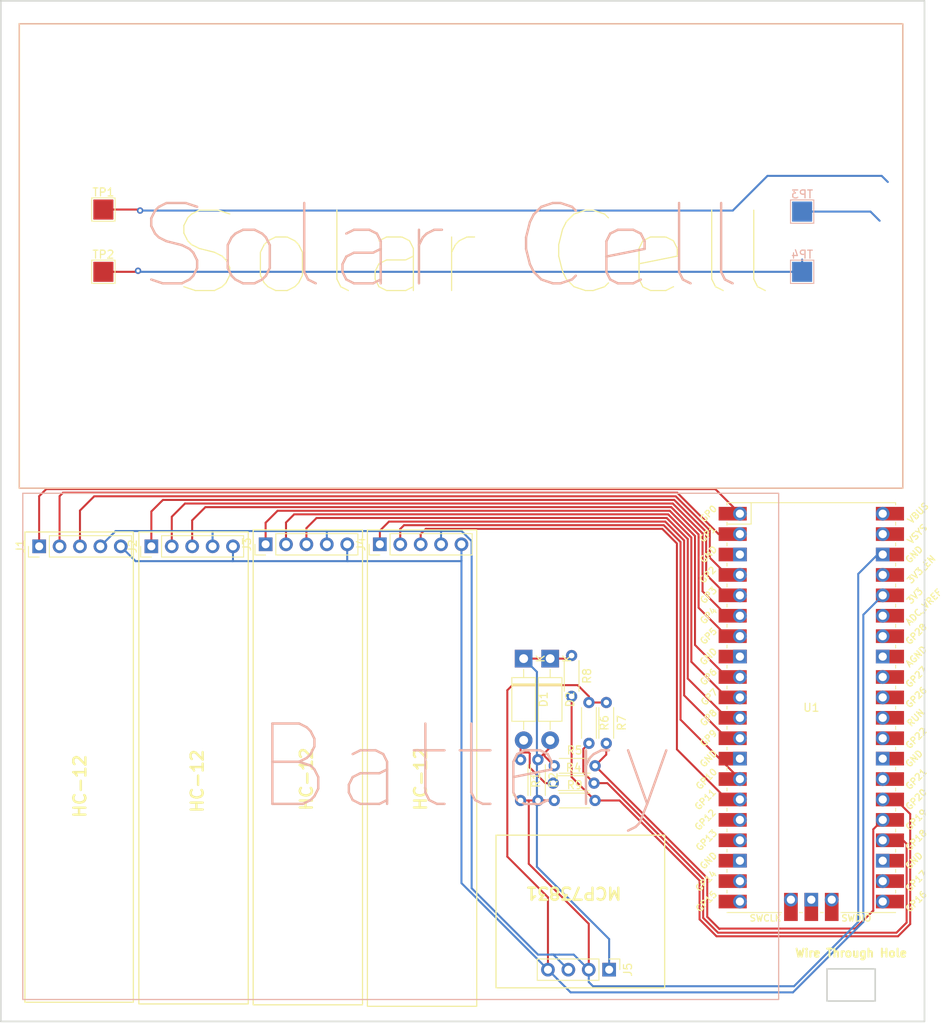
<source format=kicad_pcb>
(kicad_pcb (version 20211014) (generator pcbnew)
  (layers (0 "F.Cu" signal) (31 "B.Cu" signal) (34 "B.Paste" user) (35 "F.Paste" user) (36 "B.SilkS" user "B.Silkscreen") (37 "F.SilkS" user "F.Silkscreen") (38 "B.Mask" user) (39 "F.Mask" user) (44 "Edge.Cuts" user))
  (net 0 "")
  (net 1 "GND")
  (net 2 "VCC")
  (net 3 "TXD1")
  (net 4 "TXD2")
  (net 5 "RXD1")
  (net 6 "RXD2")
  (net 7 "RXD3")
  (net 8 "VREF1")
  (net 9 "PANEL1")
  (net 10 "PANEL2")
  (net 11 "Net-(R4-Pad2)")
  (net 12 "Net-(R5-Pad2)")
  (net 13 "Net-(R8-Pad2)")
  (net 14 "TXD3")
  (net 15 "TXD4")
  (net 16 "SET1")
  (net 17 "SET2")
  (net 18 "SET3")
  (net 19 "SET4")
  (net 45 "RXD4")
  (footprint "Resistor_THT:R_Axial_DIN0204_L3.6mm_D1.6mm_P5.08mm_Horizontal" (layer "F.Cu") (at 124.714 114.427 -90)
    (fp_text reference "R1" (at 2.54 -1.92 90) (layer "F.SilkS"))
    (fp_text value "100m")
    (pad "1" thru_hole circle (at 0 0 270) (size 1.4 1.4) (drill 0.7) (layers *.Cu *.Mask) (net 9 "PANEL1"))
    (pad "2" thru_hole oval (at 5.08 0 270) (size 1.4 1.4) (drill 0.7) (layers *.Cu *.Mask) (net 1 "GND"))
  )
  (footprint "Resistor_THT:R_Axial_DIN0204_L3.6mm_D1.6mm_P5.08mm_Horizontal" (layer "F.Cu") (at 133.223 107.315 -90)
    (fp_text reference "R6" (at 2.54 -1.92 90) (layer "F.SilkS"))
    (fp_text value "10K")
    (pad "1" thru_hole circle (at 0 0 270) (size 1.4 1.4) (drill 0.7) (layers *.Cu *.Mask) (net 2 "VCC"))
    (pad "2" thru_hole oval (at 5.08 0 270) (size 1.4 1.4) (drill 0.7) (layers *.Cu *.Mask) (net 11 "Net-(R4-Pad2)"))
  )
  (footprint "Connector_PinHeader_2.54mm:PinHeader_1x05_P2.54mm_Vertical" (layer "F.Cu") (at 78.745 87.884 90)
    (fp_text reference "J2" (at 0 -2.33 90) (layer "F.SilkS"))
    (fp_text value "Conn_01x05_Male")
    (pad "1" thru_hole rect (at 0 0 90) (size 1.7 1.7) (drill 1) (layers *.Cu *.Mask) (net 17 "SET2"))
    (pad "2" thru_hole oval (at 0 2.54 90) (size 1.7 1.7) (drill 1) (layers *.Cu *.Mask) (net 4 "TXD2"))
    (pad "3" thru_hole oval (at 0 5.08 90) (size 1.7 1.7) (drill 1) (layers *.Cu *.Mask) (net 6 "RXD2"))
    (pad "4" thru_hole oval (at 0 7.62 90) (size 1.7 1.7) (drill 1) (layers *.Cu *.Mask) (net 1 "GND"))
    (pad "5" thru_hole oval (at 0 10.16 90) (size 1.7 1.7) (drill 1) (layers *.Cu *.Mask) (net 2 "VCC"))
  )
  (footprint "Resistor_THT:R_Axial_DIN0204_L3.6mm_D1.6mm_P5.08mm_Horizontal" (layer "F.Cu") (at 126.873 114.427 -90)
    (fp_text reference "R2" (at 2.54 -1.92 90) (layer "F.SilkS"))
    (fp_text value "100m")
    (pad "1" thru_hole circle (at 0 0 270) (size 1.4 1.4) (drill 0.7) (layers *.Cu *.Mask) (net 10 "PANEL2"))
    (pad "2" thru_hole oval (at 5.08 0 270) (size 1.4 1.4) (drill 0.7) (layers *.Cu *.Mask) (net 1 "GND"))
  )
  (footprint "Resistor_THT:R_Axial_DIN0204_L3.6mm_D1.6mm_P5.08mm_Horizontal" (layer "F.Cu") (at 128.905 115.189)
    (fp_text reference "R5" (at 2.54 -1.92) (layer "F.SilkS"))
    (fp_text value "1K")
    (pad "1" thru_hole circle (at 0 0) (size 1.4 1.4) (drill 0.7) (layers *.Cu *.Mask) (net 10 "PANEL2"))
    (pad "2" thru_hole oval (at 5.08 0) (size 1.4 1.4) (drill 0.7) (layers *.Cu *.Mask) (net 12 "Net-(R5-Pad2)"))
  )
  (footprint "Connector_PinHeader_2.54mm:PinHeader_1x04_P2.54mm_Vertical" (layer "F.Cu") (at 135.739762 140.558642 -90)
    (fp_text reference "J5" (at 0 -2.33 90) (layer "F.SilkS"))
    (fp_text value "Conn_01x04_Male")
    (pad "1" thru_hole rect (at 0 0 270) (size 1.7 1.7) (drill 1) (layers *.Cu *.Mask) (net 8 "VREF1"))
    (pad "2" thru_hole oval (at 0 2.54 270) (size 1.7 1.7) (drill 1) (layers *.Cu *.Mask) (net 1 "GND"))
    (pad "3" thru_hole oval (at 0 5.08 270) (size 1.7 1.7) (drill 1) (layers *.Cu *.Mask) (net 1 "GND"))
    (pad "4" thru_hole oval (at 0 7.62 270) (size 1.7 1.7) (drill 1) (layers *.Cu *.Mask) (net 2 "VCC"))
  )
  (footprint "Diode_THT:D_DO-41_SOD81_P10.16mm_Horizontal" (layer "F.Cu") (at 125.095 101.854 -90)
    (fp_text reference "D1" (at 5.08 -2.47 90) (layer "F.SilkS"))
    (fp_text value "1N5819")
    (fp_text user "K" (at 0 -2.1 90) (layer "F.SilkS"))
    (pad "1" thru_hole rect (at 0 0 270) (size 2.2 2.2) (drill 1.1) (layers *.Cu *.Mask) (net 8 "VREF1"))
    (pad "2" thru_hole oval (at 10.16 0 270) (size 2.2 2.2) (drill 1.1) (layers *.Cu *.Mask) (net 9 "PANEL1"))
  )
  (footprint "MCU_RaspberryPi_and_Boards:RPi_Pico_SMD_TH" (layer "F.Cu") (at 160.909 107.95)
    (fp_text reference "U1" (at 0 0) (layer "F.SilkS"))
    (fp_text value "Pico")
    (fp_text user "GP6" (at -12.8 -3.81 45) (layer "F.SilkS") (effects (font (size 0.8 0.8))))
    (fp_text user "GND" (at 12.8 6.35 45) (layer "F.SilkS") (effects (font (size 0.8 0.8))))
    (fp_text user "GP15" (at -13.054 24.13 45) (layer "F.SilkS") (effects (font (size 0.8 0.8))))
    (fp_text user "AGND" (at 13.054 -6.35 45) (layer "F.SilkS") (effects (font (size 0.8 0.8))))
    (fp_text user "3V3" (at 12.9 -13.9 45) (layer "F.SilkS") (effects (font (size 0.8 0.8))))
    (fp_text user "GP0" (at -12.8 -24.13 45) (layer "F.SilkS") (effects (font (size 0.8 0.8))))
    (fp_text user "GP3" (at -12.8 -13.97 45) (layer "F.SilkS") (effects (font (size 0.8 0.8))))
    (fp_text user "GP20" (at 13.054 11.43 45) (layer "F.SilkS") (effects (font (size 0.8 0.8))))
    (fp_text user "GND" (at -12.8 6.35 45) (layer "F.SilkS") (effects (font (size 0.8 0.8))))
    (fp_text user "SWDIO" (at 5.6 26.2) (layer "F.SilkS") (effects (font (size 0.8 0.8))))
    (fp_text user "GP5" (at -12.8 -8.89 45) (layer "F.SilkS") (effects (font (size 0.8 0.8))))
    (fp_text user "GP13" (at -13.054 16.51 45) (layer "F.SilkS") (effects (font (size 0.8 0.8))))
    (fp_text user "GND" (at -12.8 19.05 45) (layer "F.SilkS") (effects (font (size 0.8 0.8))))
    (fp_text user "RUN" (at 13 1.27 45) (layer "F.SilkS") (effects (font (size 0.8 0.8))))
    (fp_text user "GP4" (at -12.8 -11.43 45) (layer "F.SilkS") (effects (font (size 0.8 0.8))))
    (fp_text user "GP28" (at 13.054 -9.144 45) (layer "F.SilkS") (effects (font (size 0.8 0.8))))
    (fp_text user "GP8" (at -12.8 1.27 45) (layer "F.SilkS") (effects (font (size 0.8 0.8))))
    (fp_text user "GP21" (at 13.054 8.9 45) (layer "F.SilkS") (effects (font (size 0.8 0.8))))
    (fp_text user "GND" (at 12.8 -19.05 45) (layer "F.SilkS") (effects (font (size 0.8 0.8))))
    (fp_text user "GP16" (at 13.054 24.13 45) (layer "F.SilkS") (effects (font (size 0.8 0.8))))
    (fp_text user "GP11" (at -13.2 11.43 45) (layer "F.SilkS") (effects (font (size 0.8 0.8))))
    (fp_text user "GP26" (at 13.054 -1.27 45) (layer "F.SilkS") (effects (font (size 0.8 0.8))))
    (fp_text user "GND" (at -12.8 -6.35 45) (layer "F.SilkS") (effects (font (size 0.8 0.8))))
    (fp_text user "GP1" (at -12.9 -21.6 45) (layer "F.SilkS") (effects (font (size 0.8 0.8))))
    (fp_text user "GND" (at 12.8 19.05 45) (layer "F.SilkS") (effects (font (size 0.8 0.8))))
    (fp_text user "GP2" (at -12.9 -16.51 45) (layer "F.SilkS") (effects (font (size 0.8 0.8))))
    (fp_text user "GP18" (at 13.054 16.51 45) (layer "F.SilkS") (effects (font (size 0.8 0.8))))
    (fp_text user "GP19" (at 13.054 13.97 45) (layer "F.SilkS") (effects (font (size 0.8 0.8))))
    (fp_text user "SWCLK" (at -5.7 26.2) (layer "F.SilkS") (effects (font (size 0.8 0.8))))
    (fp_text user "3V3_EN" (at 13.7 -17.2 45) (layer "F.SilkS") (effects (font (size 0.8 0.8))))
    (fp_text user "GP7" (at -12.7 -1.3 45) (layer "F.SilkS") (effects (font (size 0.8 0.8))))
    (fp_text user "GP17" (at 13.054 21.59 45) (layer "F.SilkS") (effects (font (size 0.8 0.8))))
    (fp_text user "ADC_VREF" (at 14 -12.5 45) (layer "F.SilkS") (effects (font (size 0.8 0.8))))
    (fp_text user "GP14" (at -13.1 21.59 45) (layer "F.SilkS") (effects (font (size 0.8 0.8))))
    (fp_text user "GP9" (at -12.8 3.81 45) (layer "F.SilkS") (effects (font (size 0.8 0.8))))
    (fp_text user "GP10" (at -13.054 8.89 45) (layer "F.SilkS") (effects (font (size 0.8 0.8))))
    (fp_text user "VSYS" (at 13.2 -21.59 45) (layer "F.SilkS") (effects (font (size 0.8 0.8))))
    (fp_text user "VBUS" (at 13.3 -24.2 45) (layer "F.SilkS") (effects (font (size 0.8 0.8))))
    (fp_text user "GP22" (at 13.054 3.81 45) (layer "F.SilkS") (effects (font (size 0.8 0.8))))
    (fp_text user "GP12" (at -13.2 13.97 45) (layer "F.SilkS") (effects (font (size 0.8 0.8))))
    (fp_text user "GND" (at -12.8 -19.05 45) (layer "F.SilkS") (effects (font (size 0.8 0.8))))
    (fp_text user "GP27" (at 13.054 -3.8 45) (layer "F.SilkS") (effects (font (size 0.8 0.8))))
    (pad "" np_thru_hole oval (at 2.725 -24) (size 1.8 1.8) (drill 1.8) (layers *.Cu *.Mask))
    (pad "" np_thru_hole oval (at 2.425 -20.97) (size 1.5 1.5) (drill 1.5) (layers *.Cu *.Mask))
    (pad "" np_thru_hole oval (at -2.725 -24) (size 1.8 1.8) (drill 1.8) (layers *.Cu *.Mask))
    (pad "" np_thru_hole oval (at -2.425 -20.97) (size 1.5 1.5) (drill 1.5) (layers *.Cu *.Mask))
    (pad "1" smd rect (at -8.89 -24.13) (size 3.5 1.7) (drill (offset -0.9 0)) (layers "F.Cu" "F.Mask") (net 16 "SET1"))
    (pad "1" thru_hole oval (at -8.89 -24.13) (size 1.7 1.7) (drill 1.02) (layers *.Cu *.Mask) (net 16 "SET1"))
    (pad "2" thru_hole oval (at -8.89 -21.59) (size 1.7 1.7) (drill 1.02) (layers *.Cu *.Mask) (net 3 "TXD1"))
    (pad "2" smd rect (at -8.89 -21.59) (size 3.5 1.7) (drill (offset -0.9 0)) (layers "F.Cu" "F.Mask") (net 3 "TXD1"))
    (pad "3" thru_hole rect (at -8.89 -19.05) (size 1.7 1.7) (drill 1.02) (layers *.Cu *.Mask))
    (pad "3" smd rect (at -8.89 -19.05) (size 3.5 1.7) (drill (offset -0.9 0)) (layers "F.Cu" "F.Mask"))
    (pad "4" thru_hole oval (at -8.89 -16.51) (size 1.7 1.7) (drill 1.02) (layers *.Cu *.Mask) (net 5 "RXD1"))
    (pad "4" smd rect (at -8.89 -16.51) (size 3.5 1.7) (drill (offset -0.9 0)) (layers "F.Cu" "F.Mask") (net 5 "RXD1"))
    (pad "5" thru_hole oval (at -8.89 -13.97) (size 1.7 1.7) (drill 1.02) (layers *.Cu *.Mask) (net 17 "SET2"))
    (pad "5" smd rect (at -8.89 -13.97) (size 3.5 1.7) (drill (offset -0.9 0)) (layers "F.Cu" "F.Mask") (net 17 "SET2"))
    (pad "6" thru_hole oval (at -8.89 -11.43) (size 1.7 1.7) (drill 1.02) (layers *.Cu *.Mask) (net 4 "TXD2"))
    (pad "6" smd rect (at -8.89 -11.43) (size 3.5 1.7) (drill (offset -0.9 0)) (layers "F.Cu" "F.Mask") (net 4 "TXD2"))
    (pad "7" smd rect (at -8.89 -8.89) (size 3.5 1.7) (drill (offset -0.9 0)) (layers "F.Cu" "F.Mask") (net 6 "RXD2"))
    (pad "7" thru_hole oval (at -8.89 -8.89) (size 1.7 1.7) (drill 1.02) (layers *.Cu *.Mask) (net 6 "RXD2"))
    (pad "8" thru_hole rect (at -8.89 -6.35) (size 1.7 1.7) (drill 1.02) (layers *.Cu *.Mask))
    (pad "8" smd rect (at -8.89 -6.35) (size 3.5 1.7) (drill (offset -0.9 0)) (layers "F.Cu" "F.Mask"))
    (pad "9" smd rect (at -8.89 -3.81) (size 3.5 1.7) (drill (offset -0.9 0)) (layers "F.Cu" "F.Mask") (net 18 "SET3"))
    (pad "9" thru_hole oval (at -8.89 -3.81) (size 1.7 1.7) (drill 1.02) (layers *.Cu *.Mask) (net 18 "SET3"))
    (pad "10" smd rect (at -8.89 -1.27) (size 3.5 1.7) (drill (offset -0.9 0)) (layers "F.Cu" "F.Mask") (net 14 "TXD3"))
    (pad "10" thru_hole oval (at -8.89 -1.27) (size 1.7 1.7) (drill 1.02) (layers *.Cu *.Mask) (net 14 "TXD3"))
    (pad "11" thru_hole oval (at -8.89 1.27) (size 1.7 1.7) (drill 1.02) (layers *.Cu *.Mask) (net 7 "RXD3"))
    (pad "11" smd rect (at -8.89 1.27) (size 3.5 1.7) (drill (offset -0.9 0)) (layers "F.Cu" "F.Mask") (net 7 "RXD3"))
    (pad "12" smd rect (at -8.89 3.81) (size 3.5 1.7) (drill (offset -0.9 0)) (layers "F.Cu" "F.Mask") (net 19 "SET4"))
    (pad "12" thru_hole oval (at -8.89 3.81) (size 1.7 1.7) (drill 1.02) (layers *.Cu *.Mask) (net 19 "SET4"))
    (pad "13" smd rect (at -8.89 6.35) (size 3.5 1.7) (drill (offset -0.9 0)) (layers "F.Cu" "F.Mask"))
    (pad "13" thru_hole rect (at -8.89 6.35) (size 1.7 1.7) (drill 1.02) (layers *.Cu *.Mask))
    (pad "14" smd rect (at -8.89 8.89) (size 3.5 1.7) (drill (offset -0.9 0)) (layers "F.Cu" "F.Mask") (net 15 "TXD4"))
    (pad "14" thru_hole oval (at -8.89 8.89) (size 1.7 1.7) (drill 1.02) (layers *.Cu *.Mask) (net 15 "TXD4"))
    (pad "15" smd rect (at -8.89 11.43) (size 3.5 1.7) (drill (offset -0.9 0)) (layers "F.Cu" "F.Mask") (net 45 "RXD4"))
    (pad "15" thru_hole oval (at -8.89 11.43) (size 1.7 1.7) (drill 1.02) (layers *.Cu *.Mask) (net 45 "RXD4"))
    (pad "16" smd rect (at -8.89 13.97) (size 3.5 1.7) (drill (offset -0.9 0)) (layers "F.Cu" "F.Mask"))
    (pad "16" thru_hole oval (at -8.89 13.97) (size 1.7 1.7) (drill 1.02) (layers *.Cu *.Mask))
    (pad "17" thru_hole oval (at -8.89 16.51) (size 1.7 1.7) (drill 1.02) (layers *.Cu *.Mask))
    (pad "17" smd rect (at -8.89 16.51) (size 3.5 1.7) (drill (offset -0.9 0)) (layers "F.Cu" "F.Mask"))
    (pad "18" thru_hole rect (at -8.89 19.05) (size 1.7 1.7) (drill 1.02) (layers *.Cu *.Mask))
    (pad "18" smd rect (at -8.89 19.05) (size 3.5 1.7) (drill (offset -0.9 0)) (layers "F.Cu" "F.Mask"))
    (pad "19" thru_hole oval (at -8.89 21.59) (size 1.7 1.7) (drill 1.02) (layers *.Cu *.Mask))
    (pad "19" smd rect (at -8.89 21.59) (size 3.5 1.7) (drill (offset -0.9 0)) (layers "F.Cu" "F.Mask"))
    (pad "20" thru_hole oval (at -8.89 24.13) (size 1.7 1.7) (drill 1.02) (layers *.Cu *.Mask))
    (pad "20" smd rect (at -8.89 24.13) (size 3.5 1.7) (drill (offset -0.9 0)) (layers "F.Cu" "F.Mask"))
    (pad "21" thru_hole oval (at 8.89 24.13) (size 1.7 1.7) (drill 1.02) (layers *.Cu *.Mask))
    (pad "21" smd rect (at 8.89 24.13) (size 3.5 1.7) (drill (offset 0.9 0)) (layers "F.Cu" "F.Mask"))
    (pad "22" thru_hole oval (at 8.89 21.59) (size 1.7 1.7) (drill 1.02) (layers *.Cu *.Mask))
    (pad "22" smd rect (at 8.89 21.59) (size 3.5 1.7) (drill (offset 0.9 0)) (layers "F.Cu" "F.Mask"))
    (pad "23" thru_hole rect (at 8.89 19.05) (size 1.7 1.7) (drill 1.02) (layers *.Cu *.Mask))
    (pad "23" smd rect (at 8.89 19.05) (size 3.5 1.7) (drill (offset 0.9 0)) (layers "F.Cu" "F.Mask"))
    (pad "24" thru_hole oval (at 8.89 16.51) (size 1.7 1.7) (drill 1.02) (layers *.Cu *.Mask) (net 11 "Net-(R4-Pad2)"))
    (pad "24" smd rect (at 8.89 16.51) (size 3.5 1.7) (drill (offset 0.9 0)) (layers "F.Cu" "F.Mask") (net 11 "Net-(R4-Pad2)"))
    (pad "25" thru_hole oval (at 8.89 13.97) (size 1.7 1.7) (drill 1.02) (layers *.Cu *.Mask) (net 12 "Net-(R5-Pad2)"))
    (pad "25" smd rect (at 8.89 13.97) (size 3.5 1.7) (drill (offset 0.9 0)) (layers "F.Cu" "F.Mask") (net 12 "Net-(R5-Pad2)"))
    (pad "26" thru_hole oval (at 8.89 11.43) (size 1.7 1.7) (drill 1.02) (layers *.Cu *.Mask) (net 13 "Net-(R8-Pad2)"))
    (pad "26" smd rect (at 8.89 11.43) (size 3.5 1.7) (drill (offset 0.9 0)) (layers "F.Cu" "F.Mask") (net 13 "Net-(R8-Pad2)"))
    (pad "27" thru_hole oval (at 8.89 8.89) (size 1.7 1.7) (drill 1.02) (layers *.Cu *.Mask))
    (pad "27" smd rect (at 8.89 8.89) (size 3.5 1.7) (drill (offset 0.9 0)) (layers "F.Cu" "F.Mask"))
    (pad "28" thru_hole rect (at 8.89 6.35) (size 1.7 1.7) (drill 1.02) (layers *.Cu *.Mask))
    (pad "28" smd rect (at 8.89 6.35) (size 3.5 1.7) (drill (offset 0.9 0)) (layers "F.Cu" "F.Mask"))
    (pad "29" thru_hole oval (at 8.89 3.81) (size 1.7 1.7) (drill 1.02) (layers *.Cu *.Mask))
    (pad "29" smd rect (at 8.89 3.81) (size 3.5 1.7) (drill (offset 0.9 0)) (layers "F.Cu" "F.Mask"))
    (pad "30" smd rect (at 8.89 1.27) (size 3.5 1.7) (drill (offset 0.9 0)) (layers "F.Cu" "F.Mask"))
    (pad "30" thru_hole oval (at 8.89 1.27) (size 1.7 1.7) (drill 1.02) (layers *.Cu *.Mask))
    (pad "31" thru_hole oval (at 8.89 -1.27) (size 1.7 1.7) (drill 1.02) (layers *.Cu *.Mask))
    (pad "31" smd rect (at 8.89 -1.27) (size 3.5 1.7) (drill (offset 0.9 0)) (layers "F.Cu" "F.Mask"))
    (pad "32" smd rect (at 8.89 -3.81) (size 3.5 1.7) (drill (offset 0.9 0)) (layers "F.Cu" "F.Mask"))
    (pad "32" thru_hole oval (at 8.89 -3.81) (size 1.7 1.7) (drill 1.02) (layers *.Cu *.Mask))
    (pad "33" thru_hole rect (at 8.89 -6.35) (size 1.7 1.7) (drill 1.02) (layers *.Cu *.Mask))
    (pad "33" smd rect (at 8.89 -6.35) (size 3.5 1.7) (drill (offset 0.9 0)) (layers "F.Cu" "F.Mask"))
    (pad "34" smd rect (at 8.89 -8.89) (size 3.5 1.7) (drill (offset 0.9 0)) (layers "F.Cu" "F.Mask"))
    (pad "34" thru_hole oval (at 8.89 -8.89) (size 1.7 1.7) (drill 1.02) (layers *.Cu *.Mask))
    (pad "35" smd rect (at 8.89 -11.43) (size 3.5 1.7) (drill (offset 0.9 0)) (layers "F.Cu" "F.Mask"))
    (pad "35" thru_hole oval (at 8.89 -11.43) (size 1.7 1.7) (drill 1.02) (layers *.Cu *.Mask))
    (pad "36" thru_hole oval (at 8.89 -13.97) (size 1.7 1.7) (drill 1.02) (layers *.Cu *.Mask) (net 2 "VCC"))
    (pad "36" smd rect (at 8.89 -13.97) (size 3.5 1.7) (drill (offset 0.9 0)) (layers "F.Cu" "F.Mask") (net 2 "VCC"))
    (pad "37" thru_hole oval (at 8.89 -16.51) (size 1.7 1.7) (drill 1.02) (layers *.Cu *.Mask))
    (pad "37" smd rect (at 8.89 -16.51) (size 3.5 1.7) (drill (offset 0.9 0)) (layers "F.Cu" "F.Mask"))
    (pad "38" thru_hole rect (at 8.89 -19.05) (size 1.7 1.7) (drill 1.02) (layers *.Cu *.Mask) (net 1 "GND"))
    (pad "38" smd rect (at 8.89 -19.05) (size 3.5 1.7) (drill (offset 0.9 0)) (layers "F.Cu" "F.Mask") (net 1 "GND"))
    (pad "39" thru_hole oval (at 8.89 -21.59) (size 1.7 1.7) (drill 1.02) (layers *.Cu *.Mask))
    (pad "39" smd rect (at 8.89 -21.59) (size 3.5 1.7) (drill (offset 0.9 0)) (layers "F.Cu" "F.Mask"))
    (pad "40" thru_hole oval (at 8.89 -24.13) (size 1.7 1.7) (drill 1.02) (layers *.Cu *.Mask))
    (pad "40" smd rect (at 8.89 -24.13) (size 3.5 1.7) (drill (offset 0.9 0)) (layers "F.Cu" "F.Mask"))
    (pad "41" thru_hole oval (at -2.54 23.9) (size 1.7 1.7) (drill 1.02) (layers *.Cu *.Mask))
    (pad "41" smd rect (at -2.54 23.9 90) (size 3.5 1.7) (drill (offset -0.9 0)) (layers "F.Cu" "F.Mask"))
    (pad "42" thru_hole rect (at 0 23.9) (size 1.7 1.7) (drill 1.02) (layers *.Cu *.Mask))
    (pad "42" smd rect (at 0 23.9 90) (size 3.5 1.7) (drill (offset -0.9 0)) (layers "F.Cu" "F.Mask"))
    (pad "43" thru_hole oval (at 2.54 23.9) (size 1.7 1.7) (drill 1.02) (layers *.Cu *.Mask))
    (pad "43" smd rect (at 2.54 23.9 90) (size 3.5 1.7) (drill (offset -0.9 0)) (layers "F.Cu" "F.Mask"))
  )
  (footprint "Connector_PinHeader_2.54mm:PinHeader_1x05_P2.54mm_Vertical" (layer "F.Cu") (at 107.193 87.63 90)
    (fp_text reference "J4" (at 0 -2.33 90) (layer "F.SilkS"))
    (fp_text value "Conn_01x05_Male")
    (pad "1" thru_hole rect (at 0 0 90) (size 1.7 1.7) (drill 1) (layers *.Cu *.Mask) (net 19 "SET4"))
    (pad "2" thru_hole oval (at 0 2.54 90) (size 1.7 1.7) (drill 1) (layers *.Cu *.Mask) (net 15 "TXD4"))
    (pad "3" thru_hole oval (at 0 5.08 90) (size 1.7 1.7) (drill 1) (layers *.Cu *.Mask) (net 45 "RXD4"))
    (pad "4" thru_hole oval (at 0 7.62 90) (size 1.7 1.7) (drill 1) (layers *.Cu *.Mask) (net 1 "GND"))
    (pad "5" thru_hole oval (at 0 10.16 90) (size 1.7 1.7) (drill 1) (layers *.Cu *.Mask) (net 2 "VCC"))
  )
  (footprint "Resistor_THT:R_Axial_DIN0204_L3.6mm_D1.6mm_P5.08mm_Horizontal" (layer "F.Cu") (at 128.778 117.348)
    (fp_text reference "R4" (at 2.54 -1.92) (layer "F.SilkS"))
    (fp_text value "1K")
    (pad "1" thru_hole circle (at 0 0) (size 1.4 1.4) (drill 0.7) (layers *.Cu *.Mask) (net 9 "PANEL1"))
    (pad "2" thru_hole oval (at 5.08 0) (size 1.4 1.4) (drill 0.7) (layers *.Cu *.Mask) (net 11 "Net-(R4-Pad2)"))
  )
  (footprint "Resistor_THT:R_Axial_DIN0204_L3.6mm_D1.6mm_P5.08mm_Horizontal" (layer "F.Cu") (at 131.064 101.473 -90)
    (fp_text reference "R8" (at 2.54 -1.92 90) (layer "F.SilkS"))
    (fp_text value "100K")
    (pad "1" thru_hole circle (at 0 0 270) (size 1.4 1.4) (drill 0.7) (layers *.Cu *.Mask) (net 8 "VREF1"))
    (pad "2" thru_hole oval (at 5.08 0 270) (size 1.4 1.4) (drill 0.7) (layers *.Cu *.Mask) (net 13 "Net-(R8-Pad2)"))
  )
  (footprint "TestPoint:TestPoint_Pad_2.5x2.5mm" (layer "F.Cu") (at 72.771 53.721)
    (fp_text reference "TP2" (at 0 -2.148) (layer "F.SilkS"))
    (fp_text value "TestPoint")
    (pad "1" smd rect (at 0 0) (size 2.5 2.5) (layers "F.Cu" "F.Mask") (net 1 "GND"))
  )
  (footprint "Resistor_THT:R_Axial_DIN0204_L3.6mm_D1.6mm_P5.08mm_Horizontal" (layer "F.Cu") (at 128.905 119.507)
    (fp_text reference "R9" (at 2.54 -1.92) (layer "F.SilkS"))
    (fp_text value "100K")
    (pad "1" thru_hole circle (at 0 0) (size 1.4 1.4) (drill 0.7) (layers *.Cu *.Mask) (net 1 "GND"))
    (pad "2" thru_hole oval (at 5.08 0) (size 1.4 1.4) (drill 0.7) (layers *.Cu *.Mask) (net 13 "Net-(R8-Pad2)"))
  )
  (footprint "Connector_PinHeader_2.54mm:PinHeader_1x05_P2.54mm_Vertical" (layer "F.Cu") (at 64.775 87.884 90)
    (fp_text reference "J1" (at 0 -2.33 90) (layer "F.SilkS"))
    (fp_text value "Conn_01x05_Male")
    (pad "1" thru_hole rect (at 0 0 90) (size 1.7 1.7) (drill 1) (layers *.Cu *.Mask) (net 16 "SET1"))
    (pad "2" thru_hole oval (at 0 2.54 90) (size 1.7 1.7) (drill 1) (layers *.Cu *.Mask) (net 3 "TXD1"))
    (pad "3" thru_hole oval (at 0 5.08 90) (size 1.7 1.7) (drill 1) (layers *.Cu *.Mask) (net 5 "RXD1"))
    (pad "4" thru_hole oval (at 0 7.62 90) (size 1.7 1.7) (drill 1) (layers *.Cu *.Mask) (net 1 "GND"))
    (pad "5" thru_hole oval (at 0 10.16 90) (size 1.7 1.7) (drill 1) (layers *.Cu *.Mask) (net 2 "VCC"))
  )
  (footprint "TestPoint:TestPoint_Pad_2.5x2.5mm" (layer "F.Cu") (at 72.771 45.974)
    (fp_text reference "TP1" (at 0 -2.148) (layer "F.SilkS"))
    (fp_text value "TestPoint")
    (pad "1" smd rect (at 0 0) (size 2.5 2.5) (layers "F.Cu" "F.Mask") (net 8 "VREF1"))
  )
  (footprint "Diode_THT:D_DO-41_SOD81_P10.16mm_Horizontal" (layer "F.Cu") (at 128.397 101.854 -90)
    (fp_text reference "D2" (at 5.08 -2.47 90) (layer "F.SilkS"))
    (fp_text value "1N5819")
    (fp_text user "K" (at 0 -2.1 90) (layer "F.SilkS"))
    (pad "1" thru_hole rect (at 0 0 270) (size 2.2 2.2) (drill 1.1) (layers *.Cu *.Mask) (net 8 "VREF1"))
    (pad "2" thru_hole oval (at 10.16 0 270) (size 2.2 2.2) (drill 1.1) (layers *.Cu *.Mask) (net 10 "PANEL2"))
  )
  (footprint "Connector_PinHeader_2.54mm:PinHeader_1x05_P2.54mm_Vertical" (layer "F.Cu") (at 92.969 87.63 90)
    (fp_text reference "J3" (at 0 -2.33 90) (layer "F.SilkS"))
    (fp_text value "Conn_01x05_Male")
    (pad "1" thru_hole rect (at 0 0 90) (size 1.7 1.7) (drill 1) (layers *.Cu *.Mask) (net 18 "SET3"))
    (pad "2" thru_hole oval (at 0 2.54 90) (size 1.7 1.7) (drill 1) (layers *.Cu *.Mask) (net 14 "TXD3"))
    (pad "3" thru_hole oval (at 0 5.08 90) (size 1.7 1.7) (drill 1) (layers *.Cu *.Mask) (net 7 "RXD3"))
    (pad "4" thru_hole oval (at 0 7.62 90) (size 1.7 1.7) (drill 1) (layers *.Cu *.Mask) (net 1 "GND"))
    (pad "5" thru_hole oval (at 0 10.16 90) (size 1.7 1.7) (drill 1) (layers *.Cu *.Mask) (net 2 "VCC"))
  )
  (footprint "Resistor_THT:R_Axial_DIN0204_L3.6mm_D1.6mm_P5.08mm_Horizontal" (layer "F.Cu") (at 135.382 107.315 -90)
    (fp_text reference "R7" (at 2.54 -1.92 90) (layer "F.SilkS"))
    (fp_text value "10K")
    (pad "1" thru_hole circle (at 0 0 270) (size 1.4 1.4) (drill 0.7) (layers *.Cu *.Mask) (net 2 "VCC"))
    (pad "2" thru_hole oval (at 5.08 0 270) (size 1.4 1.4) (drill 0.7) (layers *.Cu *.Mask) (net 12 "Net-(R5-Pad2)"))
  )
  (footprint "TestPoint:TestPoint_Pad_2.5x2.5mm" (layer "B.Cu") (at 159.766 53.721 180)
    (fp_text reference "TP4" (at 0 2.148) (layer "B.SilkS") (effects (justify mirror)))
    (fp_text value "TestPoint")
    (pad "1" smd rect (at 0 0 180) (size 2.5 2.5) (layers "B.Cu" "B.Mask") (net 1 "GND"))
  )
  (footprint "TestPoint:TestPoint_Pad_2.5x2.5mm" (layer "B.Cu") (at 159.766 46.228 180)
    (fp_text reference "TP3" (at 0 2.148) (layer "B.SilkS") (effects (justify mirror)))
    (fp_text value "TestPoint")
    (pad "1" smd rect (at 0 0 180) (size 2.5 2.5) (layers "B.Cu" "B.Mask") (net 8 "VREF1"))
  )
  (gr_rect (start 62.738 81.28) (end 156.845 144.272) (layer "B.SilkS") (width 0.15) (fill none))
  (gr_rect (start 62.3 22.86) (end 172.3 80.645) (layer "B.SilkS") (width 0.15) (fill none))
  (gr_rect (start 105.638 85.84) (end 119.253 145.1175) (layer "F.SilkS") (width 0.15) (fill none))
  (gr_rect (start 91.419 85.84) (end 105.034 144.935) (layer "F.SilkS") (width 0.15) (fill none))
  (gr_rect (start 77.19 86.094) (end 90.805 144.824) (layer "F.SilkS") (width 0.15) (fill none))
  (gr_rect (start 142.652762 142.819642) (end 121.652762 123.819642) (layer "F.SilkS") (width 0.15) (fill none))
  (gr_rect (start 63 86.094) (end 76.5 144.614) (layer "F.SilkS") (width 0.15) (fill none))
  (gr_rect (start 62.3 22.86) (end 172.3 80.645) (layer "F.SilkS") (width 0.2) (fill none))
  (gr_rect (start 162.862 140.462) (end 168.862 144.462) (layer "Edge.Cuts") (width 0.2) (fill none))
  (gr_rect (start 60 20) (end 175 147) (layer "Edge.Cuts") (width 0.2) (fill none))
  (gr_text "Solar Cell" (at 114.681 50.546) (layer "B.SilkS") (effects (font (size 10 10) (thickness 0.3))))
  (gr_text "Battery" (at 117.856 115.316) (layer "B.SilkS") (effects (font (size 10 10) (thickness 0.3))))
  (gr_text "MCP73831" (at 131.304762 131.033642 180) (layer "F.SilkS") (effects (font (size 1.5 1.5) (thickness 0.3))))
  (gr_text "HC-12" (at 112.268 116.84 90) (layer "F.SilkS") (effects (font (size 1.5 1.5) (thickness 0.3))))
  (gr_text "Solar Cell" (at 118.745 51.435) (layer "F.SilkS") (effects (font (size 10 10))))
  (gr_text "HC-12" (at 98.049 116.84 90) (layer "F.SilkS") (effects (font (size 1.5 1.5) (thickness 0.3))))
  (gr_text "HC-12" (at 69.85 117.729 90) (layer "F.SilkS") (effects (font (size 1.5 1.5) (thickness 0.3))))
  (gr_text "HC-12" (at 84.455 117.094 90) (layer "F.SilkS") (effects (font (size 1.5 1.5) (thickness 0.3))))
  (gr_text "Wire Through Hole" (at 165.862 138.493) (layer "F.SilkS") (effects (font (size 1 1) (thickness 0.25))))
  (segment (start 125.73 119.507) (end 126.873 119.507) (width 0.25) (layer "F.Cu") (net 1))
  (segment (start 76.962 53.721) (end 77.089 53.594) (width 0.25) (layer "F.Cu") (net 1))
  (segment (start 124.714 119.507) (end 125.73 119.507) (width 0.25) (layer "F.Cu") (net 1))
  (segment (start 72.771 53.721) (end 76.962 53.721) (width 0.25) (layer "F.Cu") (net 1))
  (segment (start 133.199762 134.850762) (end 133.199762 140.558642) (width 0.25) (layer "F.Cu") (net 1))
  (segment (start 125.73 119.507) (end 125.73 127.381) (width 0.25) (layer "F.Cu") (net 1))
  (segment (start 125.73 127.381) (end 133.199762 134.850762) (width 0.25) (layer "F.Cu") (net 1))
  (segment (start 126.873 119.507) (end 128.905 119.507) (width 0.25) (layer "F.Cu") (net 1))
  (via (at 77.089 53.594) (size 0.8) (drill 0.4) (layers "F.Cu" "B.Cu") (net 1))
  (segment (start 77.216 53.721) (end 159.766 53.721) (width 0.25) (layer "B.Cu") (net 1))
  (segment (start 158.749283 142.621) (end 166.751 134.619283) (width 0.25) (layer "B.Cu") (net 1))
  (segment (start 126.880838 138.684) (end 128.524 138.684) (width 0.25) (layer "B.Cu") (net 1))
  (segment (start 166.751 134.619283) (end 166.751 134.493) (width 0.25) (layer "B.Cu") (net 1))
  (segment (start 114.808 85.979) (end 100.584 85.979) (width 0.25) (layer "B.Cu") (net 1))
  (segment (start 86.365 85.984) (end 86.36 85.979) (width 0.25) (layer "B.Cu") (net 1))
  (segment (start 86.36 85.979) (end 74.3 85.979) (width 0.25) (layer "B.Cu") (net 1))
  (segment (start 128.524 138.684) (end 129.54 138.684) (width 0.25) (layer "B.Cu") (net 1))
  (segment (start 128.78512 138.684) (end 128.524 138.684) (width 0.25) (layer "B.Cu") (net 1))
  (segment (start 159.766 53.721) (end 159.766 52.197) (width 0.25) (layer "B.Cu") (net 1))
  (segment (start 129.54 138.684) (end 131.32512 138.684) (width 0.25) (layer "B.Cu") (net 1))
  (segment (start 130.659762 140.558642) (end 128.78512 138.684) (width 0.25) (layer "B.Cu") (net 1))
  (segment (start 86.365 87.884) (end 86.365 85.984) (width 0.25) (layer "B.Cu") (net 1))
  (segment (start 166.751 134.493) (end 166.751 91.313) (width 0.25) (layer "B.Cu") (net 1))
  (segment (start 133.199762 142.089762) (end 133.731 142.621) (width 0.25) (layer "B.Cu") (net 1))
  (segment (start 118.618 130.421162) (end 126.880838 138.684) (width 0.25) (layer "B.Cu") (net 1))
  (segment (start 114.808 85.979) (end 117.36301 85.979) (width 0.25) (layer "B.Cu") (net 1))
  (segment (start 77.089 53.594) (end 77.216 53.721) (width 0.25) (layer "B.Cu") (net 1))
  (segment (start 133.731 142.621) (end 158.749283 142.621) (width 0.25) (layer "B.Cu") (net 1))
  (segment (start 100.584 85.979) (end 86.36 85.979) (width 0.25) (layer "B.Cu") (net 1))
  (segment (start 114.813 87.63) (end 114.813 85.984) (width 0.25) (layer "B.Cu") (net 1))
  (segment (start 74.3 85.979) (end 72.395 87.884) (width 0.25) (layer "B.Cu") (net 1))
  (segment (start 118.618 87.23399) (end 118.618 130.421162) (width 0.25) (layer "B.Cu") (net 1))
  (segment (start 166.751 91.313) (end 169.164 88.9) (width 0.25) (layer "B.Cu") (net 1))
  (segment (start 169.164 88.9) (end 169.799 88.9) (width 0.25) (layer "B.Cu") (net 1))
  (segment (start 133.199762 140.558642) (end 133.199762 142.089762) (width 0.25) (layer "B.Cu") (net 1))
  (segment (start 131.32512 138.684) (end 133.199762 140.558642) (width 0.25) (layer "B.Cu") (net 1))
  (segment (start 114.813 85.984) (end 114.808 85.979) (width 0.25) (layer "B.Cu") (net 1))
  (segment (start 100.589 87.63) (end 100.589 85.984) (width 0.25) (layer "B.Cu") (net 1))
  (segment (start 117.36301 85.979) (end 118.618 87.23399) (width 0.25) (layer "B.Cu") (net 1))
  (segment (start 100.589 85.984) (end 100.584 85.979) (width 0.25) (layer "B.Cu") (net 1))
  (segment (start 123.698 105.156) (end 123.063 105.791) (width 0.25) (layer "F.Cu") (net 2))
  (segment (start 135.382 107.315) (end 133.223 107.315) (width 0.25) (layer "F.Cu") (net 2))
  (segment (start 128.119762 131.548762) (end 128.119762 140.558642) (width 0.25) (layer "F.Cu") (net 2))
  (segment (start 123.063 105.791) (end 123.063 126.492) (width 0.25) (layer "F.Cu") (net 2))
  (segment (start 131.826 105.156) (end 123.698 105.156) (width 0.25) (layer "F.Cu") (net 2))
  (segment (start 133.223 107.315) (end 133.223 106.553) (width 0.25) (layer "F.Cu") (net 2))
  (segment (start 123.063 126.492) (end 128.119762 131.548762) (width 0.25) (layer "F.Cu") (net 2))
  (segment (start 133.223 106.553) (end 131.826 105.156) (width 0.25) (layer "F.Cu") (net 2))
  (segment (start 117.353 129.79188) (end 128.119762 140.558642) (width 0.25) (layer "B.Cu") (net 2))
  (segment (start 117.353 87.63) (end 117.353 89.657) (width 0.25) (layer "B.Cu") (net 2))
  (segment (start 103.129 89.667) (end 103.1875 89.7255) (width 0.25) (layer "B.Cu") (net 2))
  (segment (start 103.1875 89.7255) (end 88.8365 89.7255) (width 0.25) (layer "B.Cu") (net 2))
  (segment (start 88.905 89.657) (end 88.8365 89.7255) (width 0.25) (layer "B.Cu") (net 2))
  (segment (start 117.2845 89.7255) (end 103.1875 89.7255) (width 0.25) (layer "B.Cu") (net 2))
  (segment (start 103.129 87.63) (end 103.129 89.667) (width 0.25) (layer "B.Cu") (net 2))
  (segment (start 158.623 143.383) (end 167.386 134.62) (width 0.25) (layer "B.Cu") (net 2))
  (segment (start 129.294273 141.740273) (end 130.937 143.383) (width 0.25) (layer "B.Cu") (net 2))
  (segment (start 167.386 134.62) (end 167.386 96.393) (width 0.25) (layer "B.Cu") (net 2))
  (segment (start 128.119762 140.558642) (end 129.294273 141.733153) (width 0.25) (layer "B.Cu") (net 2))
  (segment (start 76.7765 89.7255) (end 74.935 87.884) (width 0.25) (layer "B.Cu") (net 2))
  (segment (start 117.353 89.657) (end 117.353 129.79188) (width 0.25) (layer "B.Cu") (net 2))
  (segment (start 88.8365 89.7255) (end 76.7765 89.7255) (width 0.25) (layer "B.Cu") (net 2))
  (segment (start 117.353 89.657) (end 117.2845 89.7255) (width 0.25) (layer "B.Cu") (net 2))
  (segment (start 129.294273 141.733153) (end 129.294273 141.740273) (width 0.25) (layer "B.Cu") (net 2))
  (segment (start 130.937 143.383) (end 158.623 143.383) (width 0.25) (layer "B.Cu") (net 2))
  (segment (start 167.386 96.393) (end 169.799 93.98) (width 0.25) (layer "B.Cu") (net 2))
  (segment (start 88.905 87.884) (end 88.905 89.657) (width 0.25) (layer "B.Cu") (net 2))
  (segment (start 149.366322 86.36) (end 152.019 86.36) (width 0.25) (layer "F.Cu") (net 3))
  (segment (start 67.74948 81.20648) (end 144.212802 81.20648) (width 0.25) (layer "F.Cu") (net 3))
  (segment (start 67.315 81.64096) (end 67.74948 81.20648) (width 0.25) (layer "F.Cu") (net 3))
  (segment (start 144.212802 81.20648) (end 149.366322 86.36) (width 0.25) (layer "F.Cu") (net 3))
  (segment (start 67.315 87.884) (end 67.315 81.64096) (width 0.25) (layer "F.Cu") (net 3))
  (segment (start 81.285 87.884) (end 81.285 84.20104) (width 0.25) (layer "F.Cu") (net 4))
  (segment (start 143.654208 82.55504) (end 147.36844 86.269272) (width 0.25) (layer "F.Cu") (net 4))
  (segment (start 150.409978 96.52) (end 152.019 96.52) (width 0.25) (layer "F.Cu") (net 4))
  (segment (start 147.36844 93.478462) (end 150.409978 96.52) (width 0.25) (layer "F.Cu") (net 4))
  (segment (start 82.931 82.55504) (end 143.654208 82.55504) (width 0.25) (layer "F.Cu") (net 4))
  (segment (start 147.36844 93.478462) (end 147.36844 86.269272) (width 0.25) (layer "F.Cu") (net 4))
  (segment (start 81.285 84.20104) (end 82.931 82.55504) (width 0.25) (layer "F.Cu") (net 4))
  (segment (start 148.26748 85.896876) (end 148.26748 89.297502) (width 0.25) (layer "F.Cu") (net 5))
  (segment (start 150.409978 91.44) (end 152.019 91.44) (width 0.25) (layer "F.Cu") (net 5))
  (segment (start 71.628 81.656) (end 69.855 83.429) (width 0.25) (layer "F.Cu") (net 5))
  (segment (start 144.026604 81.656) (end 71.628 81.656) (width 0.25) (layer "F.Cu") (net 5))
  (segment (start 144.026604 81.656) (end 148.26748 85.896876) (width 0.25) (layer "F.Cu") (net 5))
  (segment (start 148.26748 89.297502) (end 150.409978 91.44) (width 0.25) (layer "F.Cu") (net 5))
  (segment (start 69.855 83.429) (end 69.855 87.884) (width 0.25) (layer "F.Cu") (net 5))
  (segment (start 85.471 83.00456) (end 143.46801 83.00456) (width 0.25) (layer "F.Cu") (net 6))
  (segment (start 146.873705 95.523727) (end 150.409978 99.06) (width 0.25) (layer "F.Cu") (net 6))
  (segment (start 146.873705 86.410255) (end 146.873705 95.523727) (width 0.25) (layer "F.Cu") (net 6))
  (segment (start 83.825 87.884) (end 83.825 84.65056) (width 0.25) (layer "F.Cu") (net 6))
  (segment (start 143.46801 83.00456) (end 146.873705 86.410255) (width 0.25) (layer "F.Cu") (net 6))
  (segment (start 150.409978 99.06) (end 152.019 99.06) (width 0.25) (layer "F.Cu") (net 6))
  (segment (start 83.825 84.65056) (end 85.471 83.00456) (width 0.25) (layer "F.Cu") (net 6))
  (segment (start 98.049 87.63) (end 98.049 85.61812) (width 0.25) (layer "F.Cu") (net 7))
  (segment (start 99.314 84.35312) (end 142.909416 84.35312) (width 0.25) (layer "F.Cu") (net 7))
  (segment (start 142.909416 84.35312) (end 145.525145 86.968849) (width 0.25) (layer "F.Cu") (net 7))
  (segment (start 145.525145 86.968849) (end 145.525145 104.335167) (width 0.25) (layer "F.Cu") (net 7))
  (segment (start 150.409978 109.22) (end 152.019 109.22) (width 0.25) (layer "F.Cu") (net 7))
  (segment (start 145.525145 104.335167) (end 150.409978 109.22) (width 0.25) (layer "F.Cu") (net 7))
  (segment (start 98.049 85.61812) (end 99.314 84.35312) (width 0.25) (layer "F.Cu") (net 7))
  (segment (start 130.683 101.854) (end 131.064 101.473) (width 0.25) (layer "F.Cu") (net 8))
  (segment (start 77.216 45.974) (end 77.343 46.101) (width 0.25) (layer "F.Cu") (net 8))
  (segment (start 72.771 45.974) (end 77.216 45.974) (width 0.25) (layer "F.Cu") (net 8))
  (segment (start 125.095 101.854) (end 124.46 101.854) (width 0.25) (layer "F.Cu") (net 8))
  (segment (start 128.397 101.854) (end 130.683 101.854) (width 0.25) (layer "F.Cu") (net 8))
  (segment (start 128.397 101.854) (end 125.095 101.854) (width 0.25) (layer "F.Cu") (net 8))
  (via (at 77.343 46.101) (size 0.8) (drill 0.4) (layers "F.Cu" "B.Cu") (net 8))
  (segment (start 168.275 46.228) (end 169.418 47.371) (width 0.25) (layer "B.Cu") (net 8))
  (segment (start 169.672 41.783) (end 170.434 42.545) (width 0.25) (layer "B.Cu") (net 8))
  (segment (start 126.746 103.505) (end 126.746 127.762) (width 0.25) (layer "B.Cu") (net 8))
  (segment (start 135.739762 136.755762) (end 135.739762 140.558642) (width 0.25) (layer "B.Cu") (net 8))
  (segment (start 126.746 127.762) (end 135.739762 136.755762) (width 0.25) (layer "B.Cu") (net 8))
  (segment (start 151.13 46.101) (end 155.448 41.783) (width 0.25) (layer "B.Cu") (net 8))
  (segment (start 77.343 46.101) (end 151.13 46.101) (width 0.25) (layer "B.Cu") (net 8))
  (segment (start 125.095 101.854) (end 126.746 103.505) (width 0.25) (layer "B.Cu") (net 8))
  (segment (start 155.448 41.783) (end 169.672 41.783) (width 0.25) (layer "B.Cu") (net 8))
  (segment (start 159.766 46.228) (end 168.275 46.228) (width 0.25) (layer "B.Cu") (net 8))
  (segment (start 128.778 117.348) (end 127.788051 117.348) (width 0.25) (layer "F.Cu") (net 9))
  (segment (start 124.714 113.538) (end 124.714 112.395) (width 0.25) (layer "F.Cu") (net 9))
  (segment (start 125.848489 113.673511) (end 125.857 113.665) (width 0.25) (layer "F.Cu") (net 9))
  (segment (start 124.714 112.395) (end 125.095 112.014) (width 0.25) (layer "F.Cu") (net 9))
  (segment (start 125.848489 115.408438) (end 125.848489 113.673511) (width 0.25) (layer "F.Cu") (net 9))
  (segment (start 125.857 113.665) (end 125.73 113.538) (width 0.25) (layer "F.Cu") (net 9))
  (segment (start 125.73 113.538) (end 124.714 113.538) (width 0.25) (layer "F.Cu") (net 9))
  (segment (start 127.788051 117.348) (end 125.848489 115.408438) (width 0.25) (layer "F.Cu") (net 9))
  (segment (start 124.714 114.427) (end 124.714 113.538) (width 0.25) (layer "F.Cu") (net 9))
  (segment (start 127.6985 113.9825) (end 128.905 115.189) (width 0.25) (layer "F.Cu") (net 10))
  (segment (start 126.873 114.427) (end 127.6985 113.6015) (width 0.25) (layer "F.Cu") (net 10))
  (segment (start 127.6985 113.6015) (end 128.397 112.903) (width 0.25) (layer "F.Cu") (net 10))
  (segment (start 128.397 112.903) (end 128.397 112.014) (width 0.25) (layer "F.Cu") (net 10))
  (segment (start 127.6985 113.6015) (end 127.6985 113.9825) (width 0.25) (layer "F.Cu") (net 10))
  (segment (start 149.292803 135.95852) (end 171.509197 135.95852) (width 0.25) (layer "F.Cu") (net 11))
  (segment (start 133.223 112.395) (end 132.523 113.095) (width 0.25) (layer "F.Cu") (net 11))
  (segment (start 172.339 124.46) (end 169.799 124.46) (width 0.25) (layer "F.Cu") (net 11))
  (segment (start 172.773511 134.694206) (end 172.773511 124.894511) (width 0.25) (layer "F.Cu") (net 11))
  (segment (start 171.509197 135.95852) (end 172.773511 134.694206) (width 0.25) (layer "F.Cu") (net 11))
  (segment (start 133.858 117.348) (end 135.508282 117.348) (width 0.25) (layer "F.Cu") (net 11))
  (segment (start 132.523 116.013) (end 133.858 117.348) (width 0.25) (layer "F.Cu") (net 11))
  (segment (start 147.446282 129.286) (end 147.446282 134.111999) (width 0.25) (layer "F.Cu") (net 11))
  (segment (start 147.446282 134.111999) (end 149.292803 135.95852) (width 0.25) (layer "F.Cu") (net 11))
  (segment (start 135.508282 117.348) (end 147.446282 129.286) (width 0.25) (layer "F.Cu") (net 11))
  (segment (start 132.523 113.095) (end 132.523 116.013) (width 0.25) (layer "F.Cu") (net 11))
  (segment (start 172.773511 124.894511) (end 172.339 124.46) (width 0.25) (layer "F.Cu") (net 11))
  (segment (start 135.382 113.792) (end 135.382 112.395) (width 0.25) (layer "F.Cu") (net 12))
  (segment (start 147.955 133.985) (end 149.4155 135.4455) (width 0.25) (layer "F.Cu") (net 12))
  (segment (start 133.985 115.189) (end 135.382 113.792) (width 0.25) (layer "F.Cu") (net 12))
  (segment (start 168.624489 133.254511) (end 168.624489 133.191489) (width 0.25) (layer "F.Cu") (net 12))
  (segment (start 171.88948 121.92) (end 169.799 121.92) (width 0.25) (layer "F.Cu") (net 12))
  (segment (start 166.370478 135.4455) (end 168.624489 133.191489) (width 0.25) (layer "F.Cu") (net 12))
  (segment (start 149.4155 135.4455) (end 166.370478 135.4455) (width 0.25) (layer "F.Cu") (net 12))
  (segment (start 147.955 129.159) (end 147.955 133.985) (width 0.25) (layer "F.Cu") (net 12))
  (segment (start 133.985 115.189) (end 147.955 129.159) (width 0.25) (layer "F.Cu") (net 12))
  (segment (start 168.624489 133.191489) (end 168.624489 123.094511) (width 0.25) (layer "F.Cu") (net 12))
  (segment (start 168.624489 123.094511) (end 169.799 121.92) (width 0.25) (layer "F.Cu") (net 12))
  (segment (start 149.4155 135.4455) (end 149.479 135.509) (width 0.25) (layer "F.Cu") (net 12))
  (segment (start 149.106606 136.40804) (end 171.695394 136.40804) (width 0.25) (layer "F.Cu") (net 13))
  (segment (start 173.223031 121.195009) (end 171.408022 119.38) (width 0.25) (layer "F.Cu") (net 13))
  (segment (start 133.985 119.507) (end 137.031564 119.507) (width 0.25) (layer "F.Cu") (net 13))
  (segment (start 171.408022 119.38) (end 169.799 119.38) (width 0.25) (layer "F.Cu") (net 13))
  (segment (start 131.064 116.586) (end 133.985 119.507) (width 0.25) (layer "F.Cu") (net 13))
  (segment (start 146.996762 129.472198) (end 146.996762 134.298196) (width 0.25) (layer "F.Cu") (net 13))
  (segment (start 173.223031 134.880403) (end 173.223031 121.195009) (width 0.25) (layer "F.Cu") (net 13))
  (segment (start 137.031564 119.507) (end 146.996762 129.472198) (width 0.25) (layer "F.Cu") (net 13))
  (segment (start 131.064 106.553) (end 131.064 116.586) (width 0.25) (layer "F.Cu") (net 13))
  (segment (start 171.695394 136.40804) (end 173.223031 134.880403) (width 0.25) (layer "F.Cu") (net 13))
  (segment (start 146.996762 134.298196) (end 149.106606 136.40804) (width 0.25) (layer "F.Cu") (net 13))
  (segment (start 150.409978 106.68) (end 152.019 106.68) (width 0.25) (layer "F.Cu") (net 14))
  (segment (start 143.095614 83.9036) (end 145.974665 86.782651) (width 0.25) (layer "F.Cu") (net 14))
  (segment (start 145.974665 102.244687) (end 150.409978 106.68) (width 0.25) (layer "F.Cu") (net 14))
  (segment (start 145.974665 102.244687) (end 145.974665 86.868) (width 0.25) (layer "F.Cu") (net 14))
  (segment (start 95.509 84.9146) (end 96.52 83.9036) (width 0.25) (layer "F.Cu") (net 14))
  (segment (start 96.52 83.9036) (end 143.095614 83.9036) (width 0.25) (layer "F.Cu") (net 14))
  (segment (start 95.509 87.63) (end 95.509 84.9146) (width 0.25) (layer "F.Cu") (net 14))
  (segment (start 142.53702 85.25216) (end 144.626105 87.341245) (width 0.25) (layer "F.Cu") (net 15))
  (segment (start 109.733 85.73) (end 109.728 85.725) (width 0.25) (layer "F.Cu") (net 15))
  (segment (start 109.733 87.63) (end 109.733 85.73) (width 0.25) (layer "F.Cu") (net 15))
  (segment (start 109.728 85.725) (end 110.20084 85.25216) (width 0.25) (layer "F.Cu") (net 15))
  (segment (start 144.626105 109.447105) (end 152.019 116.84) (width 0.25) (layer "F.Cu") (net 15))
  (segment (start 110.20084 85.25216) (end 142.53702 85.25216) (width 0.25) (layer "F.Cu") (net 15))
  (segment (start 144.626105 87.341245) (end 144.626105 109.447105) (width 0.25) (layer "F.Cu") (net 15))
  (segment (start 64.775 87.884) (end 64.775 81.64096) (width 0.25) (layer "F.Cu") (net 16))
  (segment (start 148.95596 80.75696) (end 152.019 83.82) (width 0.25) (layer "F.Cu") (net 16))
  (segment (start 64.775 81.64096) (end 65.659 80.75696) (width 0.25) (layer "F.Cu") (net 16))
  (segment (start 65.659 80.75696) (end 148.95596 80.75696) (width 0.25) (layer "F.Cu") (net 16))
  (segment (start 80.18544 82.10552) (end 143.840406 82.10552) (width 0.25) (layer "F.Cu") (net 17))
  (segment (start 150.409978 93.98) (end 152.019 93.98) (width 0.25) (layer "F.Cu") (net 17))
  (segment (start 78.745 83.54596) (end 80.18544 82.10552) (width 0.25) (layer "F.Cu") (net 17))
  (segment (start 147.81796 91.387982) (end 150.409978 93.98) (width 0.25) (layer "F.Cu") (net 17))
  (segment (start 147.81796 86.083074) (end 147.81796 91.387982) (width 0.25) (layer "F.Cu") (net 17))
  (segment (start 143.840406 82.10552) (end 147.81796 86.083074) (width 0.25) (layer "F.Cu") (net 17))
  (segment (start 78.745 87.884) (end 78.745 83.54596) (width 0.25) (layer "F.Cu") (net 17))
  (segment (start 92.969 87.63) (end 92.969 84.94296) (width 0.25) (layer "F.Cu") (net 18))
  (segment (start 146.424185 86.596453) (end 146.424185 100.154207) (width 0.25) (layer "F.Cu") (net 18))
  (segment (start 143.281812 83.45408) (end 146.424185 86.596453) (width 0.25) (layer "F.Cu") (net 18))
  (segment (start 94.45788 83.45408) (end 143.281812 83.45408) (width 0.25) (layer "F.Cu") (net 18))
  (segment (start 146.424185 100.154207) (end 150.409978 104.14) (width 0.25) (layer "F.Cu") (net 18))
  (segment (start 92.969 84.94296) (end 94.45788 83.45408) (width 0.25) (layer "F.Cu") (net 18))
  (segment (start 150.409978 104.14) (end 152.019 104.14) (width 0.25) (layer "F.Cu") (net 18))
  (segment (start 107.193 87.63) (end 107.193 85.94064) (width 0.25) (layer "F.Cu") (net 19))
  (segment (start 145.075625 106.425647) (end 145.075625 87.155047) (width 0.25) (layer "F.Cu") (net 19))
  (segment (start 145.075625 106.425647) (end 150.409978 111.76) (width 0.25) (layer "F.Cu") (net 19))
  (segment (start 150.409978 111.76) (end 152.019 111.76) (width 0.25) (layer "F.Cu") (net 19))
  (segment (start 107.193 85.94064) (end 108.331 84.80264) (width 0.25) (layer "F.Cu") (net 19))
  (segment (start 142.723218 84.80264) (end 145.075625 87.155047) (width 0.25) (layer "F.Cu") (net 19))
  (segment (start 108.331 84.80264) (end 142.723218 84.80264) (width 0.25) (layer "F.Cu") (net 19))
  (segment (start 112.273 87.63) (end 112.273 86.365) (width 0.25) (layer "F.Cu") (net 45))
  (segment (start 112.92632 85.70168) (end 142.350822 85.70168) (width 0.25) (layer "F.Cu") (net 45))
  (segment (start 142.350822 85.70168) (end 144.176585 87.527443) (width 0.25) (layer "F.Cu") (net 45))
  (segment (start 112.273 86.365) (end 112.268 86.36) (width 0.25) (layer "F.Cu") (net 45))
  (segment (start 150.409978 119.38) (end 152.019 119.38) (width 0.25) (layer "F.Cu") (net 45))
  (segment (start 144.176585 113.146607) (end 150.409978 119.38) (width 0.25) (layer "F.Cu") (net 45))
  (segment (start 112.268 86.36) (end 112.92632 85.70168) (width 0.25) (layer "F.Cu") (net 45))
  (segment (start 144.176585 113.146607) (end 144.176585 87.63) (width 0.25) (layer "F.Cu") (net 45))
)
</source>
